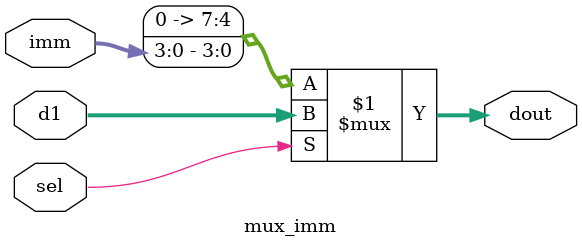
<source format=v>
module mux_imm(d1, imm, sel, dout);
input wire [7:0] d1;
input wire [3:0] imm;
input wire sel;
output wire [7:0] dout;

assign dout = (sel)?d1:{4'b0000, imm};
endmodule


</source>
